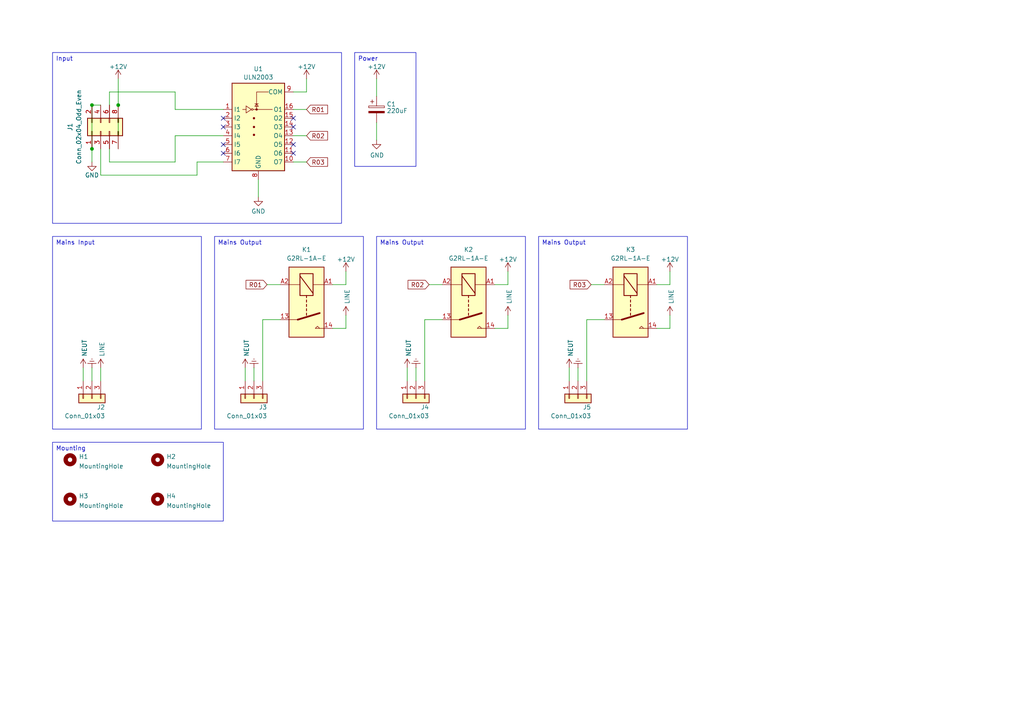
<source format=kicad_sch>
(kicad_sch (version 20230121) (generator eeschema)

  (uuid e63e39d7-6ac0-4ffd-8aa3-1841a4541b55)

  (paper "A4")

  (lib_symbols
    (symbol "Connector_Generic:Conn_01x03" (pin_names (offset 1.016) hide) (in_bom yes) (on_board yes)
      (property "Reference" "J" (at 0 5.08 0)
        (effects (font (size 1.27 1.27)))
      )
      (property "Value" "Conn_01x03" (at 0 -5.08 0)
        (effects (font (size 1.27 1.27)))
      )
      (property "Footprint" "" (at 0 0 0)
        (effects (font (size 1.27 1.27)) hide)
      )
      (property "Datasheet" "~" (at 0 0 0)
        (effects (font (size 1.27 1.27)) hide)
      )
      (property "ki_keywords" "connector" (at 0 0 0)
        (effects (font (size 1.27 1.27)) hide)
      )
      (property "ki_description" "Generic connector, single row, 01x03, script generated (kicad-library-utils/schlib/autogen/connector/)" (at 0 0 0)
        (effects (font (size 1.27 1.27)) hide)
      )
      (property "ki_fp_filters" "Connector*:*_1x??_*" (at 0 0 0)
        (effects (font (size 1.27 1.27)) hide)
      )
      (symbol "Conn_01x03_1_1"
        (rectangle (start -1.27 -2.413) (end 0 -2.667)
          (stroke (width 0.1524) (type default))
          (fill (type none))
        )
        (rectangle (start -1.27 0.127) (end 0 -0.127)
          (stroke (width 0.1524) (type default))
          (fill (type none))
        )
        (rectangle (start -1.27 2.667) (end 0 2.413)
          (stroke (width 0.1524) (type default))
          (fill (type none))
        )
        (rectangle (start -1.27 3.81) (end 1.27 -3.81)
          (stroke (width 0.254) (type default))
          (fill (type background))
        )
        (pin passive line (at -5.08 2.54 0) (length 3.81)
          (name "Pin_1" (effects (font (size 1.27 1.27))))
          (number "1" (effects (font (size 1.27 1.27))))
        )
        (pin passive line (at -5.08 0 0) (length 3.81)
          (name "Pin_2" (effects (font (size 1.27 1.27))))
          (number "2" (effects (font (size 1.27 1.27))))
        )
        (pin passive line (at -5.08 -2.54 0) (length 3.81)
          (name "Pin_3" (effects (font (size 1.27 1.27))))
          (number "3" (effects (font (size 1.27 1.27))))
        )
      )
    )
    (symbol "Connector_Generic:Conn_02x04_Odd_Even" (pin_names (offset 1.016) hide) (in_bom yes) (on_board yes)
      (property "Reference" "J" (at 1.27 5.08 0)
        (effects (font (size 1.27 1.27)))
      )
      (property "Value" "Conn_02x04_Odd_Even" (at 1.27 -7.62 0)
        (effects (font (size 1.27 1.27)))
      )
      (property "Footprint" "" (at 0 0 0)
        (effects (font (size 1.27 1.27)) hide)
      )
      (property "Datasheet" "~" (at 0 0 0)
        (effects (font (size 1.27 1.27)) hide)
      )
      (property "ki_keywords" "connector" (at 0 0 0)
        (effects (font (size 1.27 1.27)) hide)
      )
      (property "ki_description" "Generic connector, double row, 02x04, odd/even pin numbering scheme (row 1 odd numbers, row 2 even numbers), script generated (kicad-library-utils/schlib/autogen/connector/)" (at 0 0 0)
        (effects (font (size 1.27 1.27)) hide)
      )
      (property "ki_fp_filters" "Connector*:*_2x??_*" (at 0 0 0)
        (effects (font (size 1.27 1.27)) hide)
      )
      (symbol "Conn_02x04_Odd_Even_1_1"
        (rectangle (start -1.27 -4.953) (end 0 -5.207)
          (stroke (width 0.1524) (type default))
          (fill (type none))
        )
        (rectangle (start -1.27 -2.413) (end 0 -2.667)
          (stroke (width 0.1524) (type default))
          (fill (type none))
        )
        (rectangle (start -1.27 0.127) (end 0 -0.127)
          (stroke (width 0.1524) (type default))
          (fill (type none))
        )
        (rectangle (start -1.27 2.667) (end 0 2.413)
          (stroke (width 0.1524) (type default))
          (fill (type none))
        )
        (rectangle (start -1.27 3.81) (end 3.81 -6.35)
          (stroke (width 0.254) (type default))
          (fill (type background))
        )
        (rectangle (start 3.81 -4.953) (end 2.54 -5.207)
          (stroke (width 0.1524) (type default))
          (fill (type none))
        )
        (rectangle (start 3.81 -2.413) (end 2.54 -2.667)
          (stroke (width 0.1524) (type default))
          (fill (type none))
        )
        (rectangle (start 3.81 0.127) (end 2.54 -0.127)
          (stroke (width 0.1524) (type default))
          (fill (type none))
        )
        (rectangle (start 3.81 2.667) (end 2.54 2.413)
          (stroke (width 0.1524) (type default))
          (fill (type none))
        )
        (pin passive line (at -5.08 2.54 0) (length 3.81)
          (name "Pin_1" (effects (font (size 1.27 1.27))))
          (number "1" (effects (font (size 1.27 1.27))))
        )
        (pin passive line (at 7.62 2.54 180) (length 3.81)
          (name "Pin_2" (effects (font (size 1.27 1.27))))
          (number "2" (effects (font (size 1.27 1.27))))
        )
        (pin passive line (at -5.08 0 0) (length 3.81)
          (name "Pin_3" (effects (font (size 1.27 1.27))))
          (number "3" (effects (font (size 1.27 1.27))))
        )
        (pin passive line (at 7.62 0 180) (length 3.81)
          (name "Pin_4" (effects (font (size 1.27 1.27))))
          (number "4" (effects (font (size 1.27 1.27))))
        )
        (pin passive line (at -5.08 -2.54 0) (length 3.81)
          (name "Pin_5" (effects (font (size 1.27 1.27))))
          (number "5" (effects (font (size 1.27 1.27))))
        )
        (pin passive line (at 7.62 -2.54 180) (length 3.81)
          (name "Pin_6" (effects (font (size 1.27 1.27))))
          (number "6" (effects (font (size 1.27 1.27))))
        )
        (pin passive line (at -5.08 -5.08 0) (length 3.81)
          (name "Pin_7" (effects (font (size 1.27 1.27))))
          (number "7" (effects (font (size 1.27 1.27))))
        )
        (pin passive line (at 7.62 -5.08 180) (length 3.81)
          (name "Pin_8" (effects (font (size 1.27 1.27))))
          (number "8" (effects (font (size 1.27 1.27))))
        )
      )
    )
    (symbol "Device:C_Polarized" (pin_numbers hide) (pin_names (offset 0.254)) (in_bom yes) (on_board yes)
      (property "Reference" "C" (at 0.635 2.54 0)
        (effects (font (size 1.27 1.27)) (justify left))
      )
      (property "Value" "C_Polarized" (at 0.635 -2.54 0)
        (effects (font (size 1.27 1.27)) (justify left))
      )
      (property "Footprint" "" (at 0.9652 -3.81 0)
        (effects (font (size 1.27 1.27)) hide)
      )
      (property "Datasheet" "~" (at 0 0 0)
        (effects (font (size 1.27 1.27)) hide)
      )
      (property "ki_keywords" "cap capacitor" (at 0 0 0)
        (effects (font (size 1.27 1.27)) hide)
      )
      (property "ki_description" "Polarized capacitor" (at 0 0 0)
        (effects (font (size 1.27 1.27)) hide)
      )
      (property "ki_fp_filters" "CP_*" (at 0 0 0)
        (effects (font (size 1.27 1.27)) hide)
      )
      (symbol "C_Polarized_0_1"
        (rectangle (start -2.286 0.508) (end 2.286 1.016)
          (stroke (width 0) (type default))
          (fill (type none))
        )
        (polyline
          (pts
            (xy -1.778 2.286)
            (xy -0.762 2.286)
          )
          (stroke (width 0) (type default))
          (fill (type none))
        )
        (polyline
          (pts
            (xy -1.27 2.794)
            (xy -1.27 1.778)
          )
          (stroke (width 0) (type default))
          (fill (type none))
        )
        (rectangle (start 2.286 -0.508) (end -2.286 -1.016)
          (stroke (width 0) (type default))
          (fill (type outline))
        )
      )
      (symbol "C_Polarized_1_1"
        (pin passive line (at 0 3.81 270) (length 2.794)
          (name "~" (effects (font (size 1.27 1.27))))
          (number "1" (effects (font (size 1.27 1.27))))
        )
        (pin passive line (at 0 -3.81 90) (length 2.794)
          (name "~" (effects (font (size 1.27 1.27))))
          (number "2" (effects (font (size 1.27 1.27))))
        )
      )
    )
    (symbol "Mechanical:MountingHole" (pin_names (offset 1.016)) (in_bom yes) (on_board yes)
      (property "Reference" "H" (at 0 5.08 0)
        (effects (font (size 1.27 1.27)))
      )
      (property "Value" "MountingHole" (at 0 3.175 0)
        (effects (font (size 1.27 1.27)))
      )
      (property "Footprint" "" (at 0 0 0)
        (effects (font (size 1.27 1.27)) hide)
      )
      (property "Datasheet" "~" (at 0 0 0)
        (effects (font (size 1.27 1.27)) hide)
      )
      (property "ki_keywords" "mounting hole" (at 0 0 0)
        (effects (font (size 1.27 1.27)) hide)
      )
      (property "ki_description" "Mounting Hole without connection" (at 0 0 0)
        (effects (font (size 1.27 1.27)) hide)
      )
      (property "ki_fp_filters" "MountingHole*" (at 0 0 0)
        (effects (font (size 1.27 1.27)) hide)
      )
      (symbol "MountingHole_0_1"
        (circle (center 0 0) (radius 1.27)
          (stroke (width 1.27) (type default))
          (fill (type none))
        )
      )
    )
    (symbol "Relay:G2RL-1A-E" (in_bom yes) (on_board yes)
      (property "Reference" "K" (at 11.43 3.81 0)
        (effects (font (size 1.27 1.27)) (justify left))
      )
      (property "Value" "G2RL-1A-E" (at 11.43 1.27 0)
        (effects (font (size 1.27 1.27)) (justify left))
      )
      (property "Footprint" "Relay_THT:Relay_SPST_Omron_G2RL-1A-E" (at 11.43 -1.27 0)
        (effects (font (size 1.27 1.27)) (justify left) hide)
      )
      (property "Datasheet" "https://omronfs.omron.com/en_US/ecb/products/pdf/en-g2rl.pdf" (at 0 0 0)
        (effects (font (size 1.27 1.27)) hide)
      )
      (property "ki_keywords" "Single Pole Relay SPST Omron NO High Capacity" (at 0 0 0)
        (effects (font (size 1.27 1.27)) hide)
      )
      (property "ki_description" "General Purpose Low Profile Relay SPST Through Hole High Capacity, Omron G2RL series, Normally Open, 16A 250VAC" (at 0 0 0)
        (effects (font (size 1.27 1.27)) hide)
      )
      (property "ki_fp_filters" "Relay?SPST?Omron?G2RL*E*" (at 0 0 0)
        (effects (font (size 1.27 1.27)) hide)
      )
      (symbol "G2RL-1A-E_0_0"
        (polyline
          (pts
            (xy 7.62 5.08)
            (xy 7.62 2.54)
            (xy 6.985 3.175)
            (xy 7.62 3.81)
          )
          (stroke (width 0) (type default))
          (fill (type none))
        )
      )
      (symbol "G2RL-1A-E_0_1"
        (rectangle (start -10.16 5.08) (end 10.16 -5.08)
          (stroke (width 0.254) (type default))
          (fill (type background))
        )
        (rectangle (start -8.255 1.905) (end -1.905 -1.905)
          (stroke (width 0.254) (type default))
          (fill (type none))
        )
        (polyline
          (pts
            (xy -7.62 -1.905)
            (xy -2.54 1.905)
          )
          (stroke (width 0.254) (type default))
          (fill (type none))
        )
        (polyline
          (pts
            (xy -5.08 -5.08)
            (xy -5.08 -1.905)
          )
          (stroke (width 0) (type default))
          (fill (type none))
        )
        (polyline
          (pts
            (xy -5.08 5.08)
            (xy -5.08 1.905)
          )
          (stroke (width 0) (type default))
          (fill (type none))
        )
        (polyline
          (pts
            (xy -1.905 0)
            (xy -1.27 0)
          )
          (stroke (width 0.254) (type default))
          (fill (type none))
        )
        (polyline
          (pts
            (xy -0.635 0)
            (xy 0 0)
          )
          (stroke (width 0.254) (type default))
          (fill (type none))
        )
        (polyline
          (pts
            (xy 0.635 0)
            (xy 1.27 0)
          )
          (stroke (width 0.254) (type default))
          (fill (type none))
        )
        (polyline
          (pts
            (xy 1.905 0)
            (xy 2.54 0)
          )
          (stroke (width 0.254) (type default))
          (fill (type none))
        )
        (polyline
          (pts
            (xy 3.175 0)
            (xy 3.81 0)
          )
          (stroke (width 0.254) (type default))
          (fill (type none))
        )
        (polyline
          (pts
            (xy 5.08 -2.54)
            (xy 3.175 3.81)
          )
          (stroke (width 0.508) (type default))
          (fill (type none))
        )
        (polyline
          (pts
            (xy 5.08 -2.54)
            (xy 5.08 -5.08)
          )
          (stroke (width 0) (type default))
          (fill (type none))
        )
      )
      (symbol "G2RL-1A-E_1_1"
        (pin passive line (at 5.08 -7.62 90) (length 2.54)
          (name "~" (effects (font (size 1.27 1.27))))
          (number "13" (effects (font (size 1.27 1.27))))
        )
        (pin passive line (at 7.62 7.62 270) (length 2.54)
          (name "~" (effects (font (size 1.27 1.27))))
          (number "14" (effects (font (size 1.27 1.27))))
        )
        (pin passive line (at -5.08 7.62 270) (length 2.54)
          (name "~" (effects (font (size 1.27 1.27))))
          (number "A1" (effects (font (size 1.27 1.27))))
        )
        (pin passive line (at -5.08 -7.62 90) (length 2.54)
          (name "~" (effects (font (size 1.27 1.27))))
          (number "A2" (effects (font (size 1.27 1.27))))
        )
      )
    )
    (symbol "Transistor_Array:ULN2003" (in_bom yes) (on_board yes)
      (property "Reference" "U" (at 0 15.875 0)
        (effects (font (size 1.27 1.27)))
      )
      (property "Value" "ULN2003" (at 0 13.97 0)
        (effects (font (size 1.27 1.27)))
      )
      (property "Footprint" "" (at 1.27 -13.97 0)
        (effects (font (size 1.27 1.27)) (justify left) hide)
      )
      (property "Datasheet" "http://www.ti.com/lit/ds/symlink/uln2003a.pdf" (at 2.54 -5.08 0)
        (effects (font (size 1.27 1.27)) hide)
      )
      (property "ki_keywords" "darlington transistor array" (at 0 0 0)
        (effects (font (size 1.27 1.27)) hide)
      )
      (property "ki_description" "High Voltage, High Current Darlington Transistor Arrays, SOIC16/SOIC16W/DIP16/TSSOP16" (at 0 0 0)
        (effects (font (size 1.27 1.27)) hide)
      )
      (property "ki_fp_filters" "DIP*W7.62mm* SOIC*3.9x9.9mm*P1.27mm* SSOP*4.4x5.2mm*P0.65mm* TSSOP*4.4x5mm*P0.65mm* SOIC*W*5.3x10.2mm*P1.27mm*" (at 0 0 0)
        (effects (font (size 1.27 1.27)) hide)
      )
      (symbol "ULN2003_0_1"
        (rectangle (start -7.62 -12.7) (end 7.62 12.7)
          (stroke (width 0.254) (type default))
          (fill (type background))
        )
        (circle (center -1.778 5.08) (radius 0.254)
          (stroke (width 0) (type default))
          (fill (type none))
        )
        (circle (center -1.27 -2.286) (radius 0.254)
          (stroke (width 0) (type default))
          (fill (type outline))
        )
        (circle (center -1.27 0) (radius 0.254)
          (stroke (width 0) (type default))
          (fill (type outline))
        )
        (circle (center -1.27 2.54) (radius 0.254)
          (stroke (width 0) (type default))
          (fill (type outline))
        )
        (circle (center -0.508 5.08) (radius 0.254)
          (stroke (width 0) (type default))
          (fill (type outline))
        )
        (polyline
          (pts
            (xy -4.572 5.08)
            (xy -3.556 5.08)
          )
          (stroke (width 0) (type default))
          (fill (type none))
        )
        (polyline
          (pts
            (xy -1.524 5.08)
            (xy 4.064 5.08)
          )
          (stroke (width 0) (type default))
          (fill (type none))
        )
        (polyline
          (pts
            (xy 0 6.731)
            (xy -1.016 6.731)
          )
          (stroke (width 0) (type default))
          (fill (type none))
        )
        (polyline
          (pts
            (xy -0.508 5.08)
            (xy -0.508 10.16)
            (xy 2.921 10.16)
          )
          (stroke (width 0) (type default))
          (fill (type none))
        )
        (polyline
          (pts
            (xy -3.556 6.096)
            (xy -3.556 4.064)
            (xy -2.032 5.08)
            (xy -3.556 6.096)
          )
          (stroke (width 0) (type default))
          (fill (type none))
        )
        (polyline
          (pts
            (xy 0 5.969)
            (xy -1.016 5.969)
            (xy -0.508 6.731)
            (xy 0 5.969)
          )
          (stroke (width 0) (type default))
          (fill (type none))
        )
      )
      (symbol "ULN2003_1_1"
        (pin input line (at -10.16 5.08 0) (length 2.54)
          (name "I1" (effects (font (size 1.27 1.27))))
          (number "1" (effects (font (size 1.27 1.27))))
        )
        (pin open_collector line (at 10.16 -10.16 180) (length 2.54)
          (name "O7" (effects (font (size 1.27 1.27))))
          (number "10" (effects (font (size 1.27 1.27))))
        )
        (pin open_collector line (at 10.16 -7.62 180) (length 2.54)
          (name "O6" (effects (font (size 1.27 1.27))))
          (number "11" (effects (font (size 1.27 1.27))))
        )
        (pin open_collector line (at 10.16 -5.08 180) (length 2.54)
          (name "O5" (effects (font (size 1.27 1.27))))
          (number "12" (effects (font (size 1.27 1.27))))
        )
        (pin open_collector line (at 10.16 -2.54 180) (length 2.54)
          (name "O4" (effects (font (size 1.27 1.27))))
          (number "13" (effects (font (size 1.27 1.27))))
        )
        (pin open_collector line (at 10.16 0 180) (length 2.54)
          (name "O3" (effects (font (size 1.27 1.27))))
          (number "14" (effects (font (size 1.27 1.27))))
        )
        (pin open_collector line (at 10.16 2.54 180) (length 2.54)
          (name "O2" (effects (font (size 1.27 1.27))))
          (number "15" (effects (font (size 1.27 1.27))))
        )
        (pin open_collector line (at 10.16 5.08 180) (length 2.54)
          (name "O1" (effects (font (size 1.27 1.27))))
          (number "16" (effects (font (size 1.27 1.27))))
        )
        (pin input line (at -10.16 2.54 0) (length 2.54)
          (name "I2" (effects (font (size 1.27 1.27))))
          (number "2" (effects (font (size 1.27 1.27))))
        )
        (pin input line (at -10.16 0 0) (length 2.54)
          (name "I3" (effects (font (size 1.27 1.27))))
          (number "3" (effects (font (size 1.27 1.27))))
        )
        (pin input line (at -10.16 -2.54 0) (length 2.54)
          (name "I4" (effects (font (size 1.27 1.27))))
          (number "4" (effects (font (size 1.27 1.27))))
        )
        (pin input line (at -10.16 -5.08 0) (length 2.54)
          (name "I5" (effects (font (size 1.27 1.27))))
          (number "5" (effects (font (size 1.27 1.27))))
        )
        (pin input line (at -10.16 -7.62 0) (length 2.54)
          (name "I6" (effects (font (size 1.27 1.27))))
          (number "6" (effects (font (size 1.27 1.27))))
        )
        (pin input line (at -10.16 -10.16 0) (length 2.54)
          (name "I7" (effects (font (size 1.27 1.27))))
          (number "7" (effects (font (size 1.27 1.27))))
        )
        (pin power_in line (at 0 -15.24 90) (length 2.54)
          (name "GND" (effects (font (size 1.27 1.27))))
          (number "8" (effects (font (size 1.27 1.27))))
        )
        (pin passive line (at 10.16 10.16 180) (length 2.54)
          (name "COM" (effects (font (size 1.27 1.27))))
          (number "9" (effects (font (size 1.27 1.27))))
        )
      )
    )
    (symbol "power:+12V" (power) (pin_names (offset 0)) (in_bom yes) (on_board yes)
      (property "Reference" "#PWR" (at 0 -3.81 0)
        (effects (font (size 1.27 1.27)) hide)
      )
      (property "Value" "+12V" (at 0 3.556 0)
        (effects (font (size 1.27 1.27)))
      )
      (property "Footprint" "" (at 0 0 0)
        (effects (font (size 1.27 1.27)) hide)
      )
      (property "Datasheet" "" (at 0 0 0)
        (effects (font (size 1.27 1.27)) hide)
      )
      (property "ki_keywords" "global power" (at 0 0 0)
        (effects (font (size 1.27 1.27)) hide)
      )
      (property "ki_description" "Power symbol creates a global label with name \"+12V\"" (at 0 0 0)
        (effects (font (size 1.27 1.27)) hide)
      )
      (symbol "+12V_0_1"
        (polyline
          (pts
            (xy -0.762 1.27)
            (xy 0 2.54)
          )
          (stroke (width 0) (type default))
          (fill (type none))
        )
        (polyline
          (pts
            (xy 0 0)
            (xy 0 2.54)
          )
          (stroke (width 0) (type default))
          (fill (type none))
        )
        (polyline
          (pts
            (xy 0 2.54)
            (xy 0.762 1.27)
          )
          (stroke (width 0) (type default))
          (fill (type none))
        )
      )
      (symbol "+12V_1_1"
        (pin power_in line (at 0 0 90) (length 0) hide
          (name "+12V" (effects (font (size 1.27 1.27))))
          (number "1" (effects (font (size 1.27 1.27))))
        )
      )
    )
    (symbol "power:Earth" (power) (pin_names (offset 0)) (in_bom yes) (on_board yes)
      (property "Reference" "#PWR" (at 0 -6.35 0)
        (effects (font (size 1.27 1.27)) hide)
      )
      (property "Value" "Earth" (at 0 -3.81 0)
        (effects (font (size 1.27 1.27)) hide)
      )
      (property "Footprint" "" (at 0 0 0)
        (effects (font (size 1.27 1.27)) hide)
      )
      (property "Datasheet" "~" (at 0 0 0)
        (effects (font (size 1.27 1.27)) hide)
      )
      (property "ki_keywords" "global ground gnd" (at 0 0 0)
        (effects (font (size 1.27 1.27)) hide)
      )
      (property "ki_description" "Power symbol creates a global label with name \"Earth\"" (at 0 0 0)
        (effects (font (size 1.27 1.27)) hide)
      )
      (symbol "Earth_0_1"
        (polyline
          (pts
            (xy -0.635 -1.905)
            (xy 0.635 -1.905)
          )
          (stroke (width 0) (type default))
          (fill (type none))
        )
        (polyline
          (pts
            (xy -0.127 -2.54)
            (xy 0.127 -2.54)
          )
          (stroke (width 0) (type default))
          (fill (type none))
        )
        (polyline
          (pts
            (xy 0 -1.27)
            (xy 0 0)
          )
          (stroke (width 0) (type default))
          (fill (type none))
        )
        (polyline
          (pts
            (xy 1.27 -1.27)
            (xy -1.27 -1.27)
          )
          (stroke (width 0) (type default))
          (fill (type none))
        )
      )
      (symbol "Earth_1_1"
        (pin power_in line (at 0 0 270) (length 0) hide
          (name "Earth" (effects (font (size 1.27 1.27))))
          (number "1" (effects (font (size 1.27 1.27))))
        )
      )
    )
    (symbol "power:GND" (power) (pin_names (offset 0)) (in_bom yes) (on_board yes)
      (property "Reference" "#PWR" (at 0 -6.35 0)
        (effects (font (size 1.27 1.27)) hide)
      )
      (property "Value" "GND" (at 0 -3.81 0)
        (effects (font (size 1.27 1.27)))
      )
      (property "Footprint" "" (at 0 0 0)
        (effects (font (size 1.27 1.27)) hide)
      )
      (property "Datasheet" "" (at 0 0 0)
        (effects (font (size 1.27 1.27)) hide)
      )
      (property "ki_keywords" "global power" (at 0 0 0)
        (effects (font (size 1.27 1.27)) hide)
      )
      (property "ki_description" "Power symbol creates a global label with name \"GND\" , ground" (at 0 0 0)
        (effects (font (size 1.27 1.27)) hide)
      )
      (symbol "GND_0_1"
        (polyline
          (pts
            (xy 0 0)
            (xy 0 -1.27)
            (xy 1.27 -1.27)
            (xy 0 -2.54)
            (xy -1.27 -1.27)
            (xy 0 -1.27)
          )
          (stroke (width 0) (type default))
          (fill (type none))
        )
      )
      (symbol "GND_1_1"
        (pin power_in line (at 0 0 270) (length 0) hide
          (name "GND" (effects (font (size 1.27 1.27))))
          (number "1" (effects (font (size 1.27 1.27))))
        )
      )
    )
    (symbol "power:LINE" (power) (pin_names (offset 0)) (in_bom yes) (on_board yes)
      (property "Reference" "#PWR" (at 0 -3.81 0)
        (effects (font (size 1.27 1.27)) hide)
      )
      (property "Value" "LINE" (at 0 3.81 0)
        (effects (font (size 1.27 1.27)))
      )
      (property "Footprint" "" (at 0 0 0)
        (effects (font (size 1.27 1.27)) hide)
      )
      (property "Datasheet" "" (at 0 0 0)
        (effects (font (size 1.27 1.27)) hide)
      )
      (property "ki_keywords" "global power" (at 0 0 0)
        (effects (font (size 1.27 1.27)) hide)
      )
      (property "ki_description" "Power symbol creates a global label with name \"LINE\"" (at 0 0 0)
        (effects (font (size 1.27 1.27)) hide)
      )
      (symbol "LINE_0_1"
        (polyline
          (pts
            (xy -0.762 1.27)
            (xy 0 2.54)
          )
          (stroke (width 0) (type default))
          (fill (type none))
        )
        (polyline
          (pts
            (xy 0 0)
            (xy 0 2.54)
          )
          (stroke (width 0) (type default))
          (fill (type none))
        )
        (polyline
          (pts
            (xy 0 2.54)
            (xy 0.762 1.27)
          )
          (stroke (width 0) (type default))
          (fill (type none))
        )
      )
      (symbol "LINE_1_1"
        (pin power_in line (at 0 0 90) (length 0) hide
          (name "LINE" (effects (font (size 1.27 1.27))))
          (number "1" (effects (font (size 1.27 1.27))))
        )
      )
    )
    (symbol "power:NEUT" (power) (pin_names (offset 0)) (in_bom yes) (on_board yes)
      (property "Reference" "#PWR" (at 0 -3.81 0)
        (effects (font (size 1.27 1.27)) hide)
      )
      (property "Value" "NEUT" (at 0 3.81 0)
        (effects (font (size 1.27 1.27)))
      )
      (property "Footprint" "" (at 0 0 0)
        (effects (font (size 1.27 1.27)) hide)
      )
      (property "Datasheet" "" (at 0 0 0)
        (effects (font (size 1.27 1.27)) hide)
      )
      (property "ki_keywords" "global power" (at 0 0 0)
        (effects (font (size 1.27 1.27)) hide)
      )
      (property "ki_description" "Power symbol creates a global label with name \"NEUT\"" (at 0 0 0)
        (effects (font (size 1.27 1.27)) hide)
      )
      (symbol "NEUT_0_1"
        (polyline
          (pts
            (xy -0.762 1.27)
            (xy 0 2.54)
          )
          (stroke (width 0) (type default))
          (fill (type none))
        )
        (polyline
          (pts
            (xy 0 0)
            (xy 0 2.54)
          )
          (stroke (width 0) (type default))
          (fill (type none))
        )
        (polyline
          (pts
            (xy 0 2.54)
            (xy 0.762 1.27)
          )
          (stroke (width 0) (type default))
          (fill (type none))
        )
      )
      (symbol "NEUT_1_1"
        (pin power_in line (at 0 0 90) (length 0) hide
          (name "NEUT" (effects (font (size 1.27 1.27))))
          (number "1" (effects (font (size 1.27 1.27))))
        )
      )
    )
  )

  (junction (at 26.67 30.48) (diameter 0) (color 0 0 0 0)
    (uuid 0c3543c5-ccb6-4099-8af7-d384e7a3682d)
  )
  (junction (at 26.67 43.18) (diameter 0) (color 0 0 0 0)
    (uuid 4426dd8b-0756-4baf-955f-2ccb0693ef96)
  )
  (junction (at 34.29 30.48) (diameter 0) (color 0 0 0 0)
    (uuid 6bca4217-3e8d-44e0-bf55-a28c4d78d740)
  )

  (no_connect (at 85.09 36.83) (uuid 129675f6-f79e-430b-a308-c2b79d1ecf64))
  (no_connect (at 85.09 41.91) (uuid 225f3214-675d-42ff-9cb8-2c328920809f))
  (no_connect (at 64.77 34.29) (uuid 23e712f1-c2c2-4dc0-8eac-73bf49a38be3))
  (no_connect (at 85.09 44.45) (uuid 4d2c0971-bbad-44de-803f-0e870be32df9))
  (no_connect (at 64.77 36.83) (uuid 4ee6765e-c093-4a0f-a57d-6101c28e1355))
  (no_connect (at 85.09 34.29) (uuid 6d6413c4-e58e-4ed2-9327-ae8a02c894a8))
  (no_connect (at 64.77 44.45) (uuid 8a291a9a-98e3-4dd5-a1da-6a0a32560d37))
  (no_connect (at 64.77 41.91) (uuid b5089127-ccda-411e-8542-c8fc726c1b9d))

  (wire (pts (xy 96.52 95.25) (xy 100.33 95.25))
    (stroke (width 0) (type default))
    (uuid 0d81bf89-9e6f-4992-a16a-182701f297b3)
  )
  (wire (pts (xy 50.8 31.75) (xy 64.77 31.75))
    (stroke (width 0) (type default))
    (uuid 14058b69-3230-4a7b-a8b6-ae2b69aa8edc)
  )
  (wire (pts (xy 143.51 95.25) (xy 147.32 95.25))
    (stroke (width 0) (type default))
    (uuid 1503f788-e734-44fc-8050-1ea04e457d9d)
  )
  (wire (pts (xy 124.46 82.55) (xy 128.27 82.55))
    (stroke (width 0) (type default))
    (uuid 19c64c0c-6af5-46f0-b2e3-943a508a20ea)
  )
  (wire (pts (xy 26.67 43.18) (xy 26.67 46.99))
    (stroke (width 0) (type default))
    (uuid 1c54fb08-4119-48a8-b517-ee799b95b9b7)
  )
  (wire (pts (xy 147.32 91.44) (xy 147.32 95.25))
    (stroke (width 0) (type default))
    (uuid 1c8b48ad-a875-4754-93c0-0d714a1a86de)
  )
  (wire (pts (xy 29.21 43.18) (xy 29.21 50.8))
    (stroke (width 0) (type default))
    (uuid 20793d79-87bf-4d33-a3b1-520a2ef9f215)
  )
  (wire (pts (xy 88.9 22.86) (xy 88.9 26.67))
    (stroke (width 0) (type default))
    (uuid 20df7814-fd8f-4717-a6f3-bfcc2b0d38fb)
  )
  (wire (pts (xy 171.45 82.55) (xy 175.26 82.55))
    (stroke (width 0) (type default))
    (uuid 230e3bfc-0608-4f45-a7fd-166383c9cc2a)
  )
  (wire (pts (xy 100.33 91.44) (xy 100.33 95.25))
    (stroke (width 0) (type default))
    (uuid 2d7ec79d-e198-4330-9af0-a474a5fde4db)
  )
  (wire (pts (xy 29.21 50.8) (xy 57.15 50.8))
    (stroke (width 0) (type default))
    (uuid 308cd598-b091-42d3-bafa-37b8c8523f42)
  )
  (wire (pts (xy 128.27 92.71) (xy 123.19 92.71))
    (stroke (width 0) (type default))
    (uuid 30bdff80-aa4a-4335-8fd7-c7843b47353a)
  )
  (wire (pts (xy 29.21 106.68) (xy 29.21 110.49))
    (stroke (width 0) (type default))
    (uuid 3d5d4148-65d2-4a94-9e1d-4058843950ac)
  )
  (wire (pts (xy 57.15 46.99) (xy 64.77 46.99))
    (stroke (width 0) (type default))
    (uuid 4437c639-1d54-46a2-88db-52a48fa62232)
  )
  (wire (pts (xy 175.26 92.71) (xy 170.18 92.71))
    (stroke (width 0) (type default))
    (uuid 4698ccfa-15c8-4a9e-95b4-6daea8a4710b)
  )
  (wire (pts (xy 26.67 30.48) (xy 26.67 43.18))
    (stroke (width 0) (type default))
    (uuid 4a2bef8e-6102-471b-a192-ec8e42867051)
  )
  (wire (pts (xy 194.31 82.55) (xy 190.5 82.55))
    (stroke (width 0) (type default))
    (uuid 58b055de-3271-4a67-a5a2-f74b29ad018b)
  )
  (wire (pts (xy 147.32 82.55) (xy 143.51 82.55))
    (stroke (width 0) (type default))
    (uuid 656312b9-5e1c-4d08-a8e5-81c4493c6e69)
  )
  (wire (pts (xy 165.1 110.49) (xy 165.1 106.68))
    (stroke (width 0) (type default))
    (uuid 68bdf3e4-22ab-4aa0-81c6-f65eea0ace84)
  )
  (wire (pts (xy 100.33 82.55) (xy 96.52 82.55))
    (stroke (width 0) (type default))
    (uuid 7225f4ce-606a-4299-8b49-65dd8e1c02d7)
  )
  (wire (pts (xy 100.33 78.74) (xy 100.33 82.55))
    (stroke (width 0) (type default))
    (uuid 7cfcf1bc-7d22-495d-afa5-55a3452a056f)
  )
  (wire (pts (xy 194.31 91.44) (xy 194.31 95.25))
    (stroke (width 0) (type default))
    (uuid 7e6c1848-f064-4916-b44b-f557b1dca943)
  )
  (wire (pts (xy 147.32 78.74) (xy 147.32 82.55))
    (stroke (width 0) (type default))
    (uuid 88667d90-2de9-4b3a-aa0c-c9fe1f58af80)
  )
  (wire (pts (xy 85.09 46.99) (xy 88.9 46.99))
    (stroke (width 0) (type default))
    (uuid 8a85b151-bf13-4876-bdca-4b9f6c9d67c2)
  )
  (wire (pts (xy 170.18 92.71) (xy 170.18 110.49))
    (stroke (width 0) (type default))
    (uuid 907e665b-3f33-430d-9297-4bf0cc16dbde)
  )
  (wire (pts (xy 50.8 26.67) (xy 50.8 31.75))
    (stroke (width 0) (type default))
    (uuid 91340594-c95b-4a41-9c1d-926fe9b53627)
  )
  (wire (pts (xy 50.8 39.37) (xy 64.77 39.37))
    (stroke (width 0) (type default))
    (uuid 9234d47b-02e4-41d2-ab94-00f1fa7e6315)
  )
  (wire (pts (xy 190.5 95.25) (xy 194.31 95.25))
    (stroke (width 0) (type default))
    (uuid 9c5d503a-703b-4fd7-91a8-250b5aa09e6b)
  )
  (wire (pts (xy 76.2 92.71) (xy 76.2 110.49))
    (stroke (width 0) (type default))
    (uuid 9da56d31-bdb1-41e5-aff1-88b660645cbf)
  )
  (wire (pts (xy 88.9 26.67) (xy 85.09 26.67))
    (stroke (width 0) (type default))
    (uuid a37075d6-bd1f-4d7e-84d6-87918221951e)
  )
  (wire (pts (xy 167.64 110.49) (xy 167.64 106.68))
    (stroke (width 0) (type default))
    (uuid a4b367f2-5f39-4af3-8d1c-17f69c1ceb3e)
  )
  (wire (pts (xy 26.67 110.49) (xy 26.67 106.68))
    (stroke (width 0) (type default))
    (uuid adee6bd2-8e9e-41e5-b4c4-21ecd5cf214c)
  )
  (wire (pts (xy 74.93 52.07) (xy 74.93 57.15))
    (stroke (width 0) (type default))
    (uuid b0e7dd9b-5e7f-4e17-a548-3ca31a7dcfc2)
  )
  (wire (pts (xy 31.75 26.67) (xy 50.8 26.67))
    (stroke (width 0) (type default))
    (uuid b35ccd00-caa6-4b9a-b195-4d6e73be1475)
  )
  (wire (pts (xy 194.31 78.74) (xy 194.31 82.55))
    (stroke (width 0) (type default))
    (uuid b3d351d5-1157-4c94-9400-cdda70c58caf)
  )
  (wire (pts (xy 24.13 110.49) (xy 24.13 106.68))
    (stroke (width 0) (type default))
    (uuid b4db05ef-a896-4254-a689-236e744a30f4)
  )
  (wire (pts (xy 31.75 30.48) (xy 31.75 26.67))
    (stroke (width 0) (type default))
    (uuid b8e0d0ae-be2d-4b7e-adc7-bfb8fefd65ca)
  )
  (wire (pts (xy 50.8 46.99) (xy 50.8 39.37))
    (stroke (width 0) (type default))
    (uuid bae740a7-6c0b-496e-a55b-d0a97712f467)
  )
  (wire (pts (xy 120.65 110.49) (xy 120.65 106.68))
    (stroke (width 0) (type default))
    (uuid bef57d4d-7e66-41c2-8835-5fb6e4d0db82)
  )
  (wire (pts (xy 81.28 92.71) (xy 76.2 92.71))
    (stroke (width 0) (type default))
    (uuid c91ce41b-f406-487c-8bf3-e7b473022c11)
  )
  (wire (pts (xy 71.12 110.49) (xy 71.12 106.68))
    (stroke (width 0) (type default))
    (uuid cc86d095-9980-4be7-ad57-ebfec7b11f31)
  )
  (wire (pts (xy 26.67 30.48) (xy 29.21 30.48))
    (stroke (width 0) (type default))
    (uuid cf09705b-fbac-4bdf-9052-8afac9dc10f1)
  )
  (wire (pts (xy 57.15 50.8) (xy 57.15 46.99))
    (stroke (width 0) (type default))
    (uuid cfdaccf3-8b2a-4699-8c51-a2de704f2cb1)
  )
  (wire (pts (xy 85.09 31.75) (xy 88.9 31.75))
    (stroke (width 0) (type default))
    (uuid d0c3b436-b3ce-44c3-8729-bc228e8aaffa)
  )
  (wire (pts (xy 73.66 110.49) (xy 73.66 106.68))
    (stroke (width 0) (type default))
    (uuid d12a5623-5a4f-49af-ad10-99dee59ebf37)
  )
  (wire (pts (xy 109.22 35.56) (xy 109.22 40.64))
    (stroke (width 0) (type default))
    (uuid d6f90de7-3de6-49b2-a9ad-4f0b11be9bf4)
  )
  (wire (pts (xy 34.29 22.86) (xy 34.29 30.48))
    (stroke (width 0) (type default))
    (uuid d72dfe35-5b95-4f0c-aa23-145ac65e212a)
  )
  (wire (pts (xy 85.09 39.37) (xy 88.9 39.37))
    (stroke (width 0) (type default))
    (uuid dc5a77fb-0603-47bc-827b-9b234f834d75)
  )
  (wire (pts (xy 123.19 92.71) (xy 123.19 110.49))
    (stroke (width 0) (type default))
    (uuid e79b81e9-a813-4d3c-a66d-cbc24a1f2300)
  )
  (wire (pts (xy 31.75 46.99) (xy 50.8 46.99))
    (stroke (width 0) (type default))
    (uuid ebf8650d-1cdf-45fc-bfda-26797e262649)
  )
  (wire (pts (xy 118.11 110.49) (xy 118.11 106.68))
    (stroke (width 0) (type default))
    (uuid f40cf9fd-dc94-4878-8373-d7fdc6064a8b)
  )
  (wire (pts (xy 34.29 30.48) (xy 34.29 43.18))
    (stroke (width 0) (type default))
    (uuid f4cb4a07-ae53-43e3-a624-509371f93a19)
  )
  (wire (pts (xy 109.22 22.86) (xy 109.22 27.94))
    (stroke (width 0) (type default))
    (uuid f5d0fd39-3d2d-48fc-8366-5f360ecf9428)
  )
  (wire (pts (xy 31.75 43.18) (xy 31.75 46.99))
    (stroke (width 0) (type default))
    (uuid f927c87f-6f1b-47b8-bd35-0002f9f6adc1)
  )
  (wire (pts (xy 77.47 82.55) (xy 81.28 82.55))
    (stroke (width 0) (type default))
    (uuid fe96cd5a-aadf-4fea-89be-647c235bc780)
  )

  (text_box "Power"
    (at 102.87 15.24 0) (size 17.78 33.02)
    (stroke (width 0) (type default))
    (fill (type none))
    (effects (font (size 1.27 1.27)) (justify left top))
    (uuid 1bbb39c0-1bdf-4bac-9a76-9284afb1dd86)
  )
  (text_box "Mains Output"
    (at 156.21 68.58 0) (size 43.18 55.88)
    (stroke (width 0) (type default))
    (fill (type none))
    (effects (font (size 1.27 1.27)) (justify left top))
    (uuid 6a107a36-9039-4ef5-a1ca-2513b8ccd6f5)
  )
  (text_box "Input"
    (at 15.24 15.24 0) (size 83.82 49.53)
    (stroke (width 0) (type default))
    (fill (type none))
    (effects (font (size 1.27 1.27)) (justify left top))
    (uuid 6b522d28-4332-4dc7-bca3-148f232f69c8)
  )
  (text_box "Mains Output"
    (at 62.23 68.58 0) (size 43.18 55.88)
    (stroke (width 0) (type default))
    (fill (type none))
    (effects (font (size 1.27 1.27)) (justify left top))
    (uuid aaa11d62-5ca4-419e-86ec-510f0a4866fd)
  )
  (text_box "Mains Output"
    (at 109.22 68.58 0) (size 43.18 55.88)
    (stroke (width 0) (type default))
    (fill (type none))
    (effects (font (size 1.27 1.27)) (justify left top))
    (uuid ce35f094-e9ad-4c55-8b9c-8894f5ab3b58)
  )
  (text_box "Mounting"
    (at 15.24 128.27 0) (size 49.53 22.86)
    (stroke (width 0) (type default))
    (fill (type none))
    (effects (font (size 1.27 1.27)) (justify left top))
    (uuid e0c644dd-73f6-498e-99f1-addaa712c120)
  )
  (text_box "Mains Input"
    (at 15.24 68.58 0) (size 43.18 55.88)
    (stroke (width 0) (type default))
    (fill (type none))
    (effects (font (size 1.27 1.27)) (justify left top))
    (uuid ed2b8646-ed13-4d3a-a198-85b59a3326f1)
  )

  (global_label "R01" (shape input) (at 88.9 31.75 0) (fields_autoplaced)
    (effects (font (size 1.27 1.27)) (justify left))
    (uuid 06365b9f-088b-4f29-8ee7-f1554b83b25f)
    (property "Intersheetrefs" "${INTERSHEET_REFS}" (at 95.5742 31.75 0)
      (effects (font (size 1.27 1.27)) (justify left) hide)
    )
  )
  (global_label "R03" (shape input) (at 171.45 82.55 180) (fields_autoplaced)
    (effects (font (size 1.27 1.27)) (justify right))
    (uuid 3cc96f8b-3ac1-4f74-a638-0b3543177d7f)
    (property "Intersheetrefs" "${INTERSHEET_REFS}" (at 164.7758 82.55 0)
      (effects (font (size 1.27 1.27)) (justify right) hide)
    )
  )
  (global_label "R01" (shape input) (at 77.47 82.55 180) (fields_autoplaced)
    (effects (font (size 1.27 1.27)) (justify right))
    (uuid 3ec9895c-ca5b-4bca-bcb6-74e183db5091)
    (property "Intersheetrefs" "${INTERSHEET_REFS}" (at 70.7958 82.55 0)
      (effects (font (size 1.27 1.27)) (justify right) hide)
    )
  )
  (global_label "R02" (shape input) (at 88.9 39.37 0) (fields_autoplaced)
    (effects (font (size 1.27 1.27)) (justify left))
    (uuid 461c2058-de08-459c-9e5c-439cee5a5791)
    (property "Intersheetrefs" "${INTERSHEET_REFS}" (at 95.5742 39.37 0)
      (effects (font (size 1.27 1.27)) (justify left) hide)
    )
  )
  (global_label "R03" (shape input) (at 88.9 46.99 0) (fields_autoplaced)
    (effects (font (size 1.27 1.27)) (justify left))
    (uuid 60b84998-1a0a-4c52-b8b8-0452367b73f3)
    (property "Intersheetrefs" "${INTERSHEET_REFS}" (at 95.5742 46.99 0)
      (effects (font (size 1.27 1.27)) (justify left) hide)
    )
  )
  (global_label "R02" (shape input) (at 124.46 82.55 180) (fields_autoplaced)
    (effects (font (size 1.27 1.27)) (justify right))
    (uuid cb5a00ec-3677-403e-9bce-9650ecc71464)
    (property "Intersheetrefs" "${INTERSHEET_REFS}" (at 117.7858 82.55 0)
      (effects (font (size 1.27 1.27)) (justify right) hide)
    )
  )

  (symbol (lib_id "Mechanical:MountingHole") (at 45.72 144.78 0) (unit 1)
    (in_bom yes) (on_board yes) (dnp no) (fields_autoplaced)
    (uuid 03c865cc-a019-4233-85ea-1544f88af737)
    (property "Reference" "H4" (at 48.26 143.8715 0)
      (effects (font (size 1.27 1.27)) (justify left))
    )
    (property "Value" "MountingHole" (at 48.26 146.6466 0)
      (effects (font (size 1.27 1.27)) (justify left))
    )
    (property "Footprint" "MountingHole:MountingHole_3.2mm_M3_DIN965" (at 45.72 144.78 0)
      (effects (font (size 1.27 1.27)) hide)
    )
    (property "Datasheet" "~" (at 45.72 144.78 0)
      (effects (font (size 1.27 1.27)) hide)
    )
    (instances
      (project "kha-relay-2x3-base"
        (path "/e63e39d7-6ac0-4ffd-8aa3-1841a4541b55"
          (reference "H4") (unit 1)
        )
      )
    )
  )

  (symbol (lib_id "power:LINE") (at 100.33 91.44 0) (unit 1)
    (in_bom yes) (on_board yes) (dnp no)
    (uuid 052faf92-9871-4cda-ad65-ffb86836de41)
    (property "Reference" "#PWR0147" (at 100.33 95.25 0)
      (effects (font (size 1.27 1.27)) hide)
    )
    (property "Value" "LINE" (at 100.711 88.1888 90)
      (effects (font (size 1.27 1.27)) (justify left))
    )
    (property "Footprint" "" (at 100.33 91.44 0)
      (effects (font (size 1.27 1.27)) hide)
    )
    (property "Datasheet" "" (at 100.33 91.44 0)
      (effects (font (size 1.27 1.27)) hide)
    )
    (pin "1" (uuid 4ec0039b-0e05-46f0-8c07-e28f130fc375))
    (instances
      (project "light-box"
        (path "/aaf3a932-60ea-4f2b-b0a1-f59a37a8405b"
          (reference "#PWR0147") (unit 1)
        )
      )
      (project "kha-relay-2x3-base"
        (path "/e63e39d7-6ac0-4ffd-8aa3-1841a4541b55"
          (reference "#PWR010") (unit 1)
        )
      )
    )
  )

  (symbol (lib_id "Mechanical:MountingHole") (at 20.32 144.78 0) (unit 1)
    (in_bom yes) (on_board yes) (dnp no) (fields_autoplaced)
    (uuid 0fd53526-f5df-4545-b009-8f9e5d538bf5)
    (property "Reference" "H3" (at 22.86 143.8715 0)
      (effects (font (size 1.27 1.27)) (justify left))
    )
    (property "Value" "MountingHole" (at 22.86 146.6466 0)
      (effects (font (size 1.27 1.27)) (justify left))
    )
    (property "Footprint" "MountingHole:MountingHole_3.2mm_M3_DIN965" (at 20.32 144.78 0)
      (effects (font (size 1.27 1.27)) hide)
    )
    (property "Datasheet" "~" (at 20.32 144.78 0)
      (effects (font (size 1.27 1.27)) hide)
    )
    (instances
      (project "kha-relay-2x3-base"
        (path "/e63e39d7-6ac0-4ffd-8aa3-1841a4541b55"
          (reference "H3") (unit 1)
        )
      )
    )
  )

  (symbol (lib_id "power:+12V") (at 109.22 22.86 0) (unit 1)
    (in_bom yes) (on_board yes) (dnp no) (fields_autoplaced)
    (uuid 1634bff6-5c05-4df8-a052-822c4d192a5b)
    (property "Reference" "#PWR03" (at 109.22 26.67 0)
      (effects (font (size 1.27 1.27)) hide)
    )
    (property "Value" "+12V" (at 109.22 19.3581 0)
      (effects (font (size 1.27 1.27)))
    )
    (property "Footprint" "" (at 109.22 22.86 0)
      (effects (font (size 1.27 1.27)) hide)
    )
    (property "Datasheet" "" (at 109.22 22.86 0)
      (effects (font (size 1.27 1.27)) hide)
    )
    (pin "1" (uuid ab311dac-3818-4282-b28f-1d778be291dc))
    (instances
      (project "kha-relay-2x3-base"
        (path "/e63e39d7-6ac0-4ffd-8aa3-1841a4541b55"
          (reference "#PWR03") (unit 1)
        )
      )
    )
  )

  (symbol (lib_id "Mechanical:MountingHole") (at 20.32 133.35 0) (unit 1)
    (in_bom yes) (on_board yes) (dnp no) (fields_autoplaced)
    (uuid 19c54712-e1e3-4f5c-8f34-d34a3732f18b)
    (property "Reference" "H1" (at 22.86 132.4415 0)
      (effects (font (size 1.27 1.27)) (justify left))
    )
    (property "Value" "MountingHole" (at 22.86 135.2166 0)
      (effects (font (size 1.27 1.27)) (justify left))
    )
    (property "Footprint" "MountingHole:MountingHole_3.2mm_M3_DIN965" (at 20.32 133.35 0)
      (effects (font (size 1.27 1.27)) hide)
    )
    (property "Datasheet" "~" (at 20.32 133.35 0)
      (effects (font (size 1.27 1.27)) hide)
    )
    (instances
      (project "kha-relay-2x3-base"
        (path "/e63e39d7-6ac0-4ffd-8aa3-1841a4541b55"
          (reference "H1") (unit 1)
        )
      )
    )
  )

  (symbol (lib_id "power:LINE") (at 147.32 91.44 0) (unit 1)
    (in_bom yes) (on_board yes) (dnp no)
    (uuid 1ef21304-3aa5-4caa-a3cd-d45ae9eacd20)
    (property "Reference" "#PWR0147" (at 147.32 95.25 0)
      (effects (font (size 1.27 1.27)) hide)
    )
    (property "Value" "LINE" (at 147.701 88.1888 90)
      (effects (font (size 1.27 1.27)) (justify left))
    )
    (property "Footprint" "" (at 147.32 91.44 0)
      (effects (font (size 1.27 1.27)) hide)
    )
    (property "Datasheet" "" (at 147.32 91.44 0)
      (effects (font (size 1.27 1.27)) hide)
    )
    (pin "1" (uuid e91a4cb9-92e5-4309-90f3-291e366f749c))
    (instances
      (project "light-box"
        (path "/aaf3a932-60ea-4f2b-b0a1-f59a37a8405b"
          (reference "#PWR0147") (unit 1)
        )
      )
      (project "kha-relay-2x3-base"
        (path "/e63e39d7-6ac0-4ffd-8aa3-1841a4541b55"
          (reference "#PWR011") (unit 1)
        )
      )
    )
  )

  (symbol (lib_id "Connector_Generic:Conn_01x03") (at 120.65 115.57 90) (mirror x) (unit 1)
    (in_bom yes) (on_board yes) (dnp no)
    (uuid 20d96974-7964-434c-b55e-3876cff8c2f8)
    (property "Reference" "J4" (at 124.46 118.11 90)
      (effects (font (size 1.27 1.27)) (justify left))
    )
    (property "Value" "Conn_01x03" (at 124.46 120.65 90)
      (effects (font (size 1.27 1.27)) (justify left))
    )
    (property "Footprint" "TerminalBlock:TerminalBlock_bornier-3_P5.08mm" (at 120.65 115.57 0)
      (effects (font (size 1.27 1.27)) hide)
    )
    (property "Datasheet" "~" (at 120.65 115.57 0)
      (effects (font (size 1.27 1.27)) hide)
    )
    (pin "1" (uuid 5126cb49-dbdf-4b08-8382-791ac38d98b9))
    (pin "2" (uuid fa4d0c5a-c186-408d-ac32-6ea30875e4e4))
    (pin "3" (uuid 6bee5425-2b79-49b3-bf5a-84fb025fb89e))
    (instances
      (project "kha-relay-2x3-base"
        (path "/e63e39d7-6ac0-4ffd-8aa3-1841a4541b55"
          (reference "J4") (unit 1)
        )
      )
    )
  )

  (symbol (lib_id "Device:C_Polarized") (at 109.22 31.75 0) (unit 1)
    (in_bom yes) (on_board yes) (dnp no) (fields_autoplaced)
    (uuid 2543f7ed-b548-434d-b6cd-8a29a1e4001d)
    (property "Reference" "C6" (at 112.141 30.2173 0)
      (effects (font (size 1.27 1.27)) (justify left))
    )
    (property "Value" "220uF" (at 112.141 32.1383 0)
      (effects (font (size 1.27 1.27)) (justify left))
    )
    (property "Footprint" "Capacitor_Tantalum_SMD:CP_EIA-6032-28_Kemet-C" (at 110.1852 35.56 0)
      (effects (font (size 1.27 1.27)) hide)
    )
    (property "Datasheet" "~" (at 109.22 31.75 0)
      (effects (font (size 1.27 1.27)) hide)
    )
    (pin "1" (uuid 5a6d8560-55b1-4dd2-a5bc-422048fc9eca))
    (pin "2" (uuid 62052609-fb3f-42bf-8f01-f7c93dc66326))
    (instances
      (project "kha-bgt-audio-base"
        (path "/57ad5df2-8927-46d9-a1a6-3ab989d6d6dd"
          (reference "C6") (unit 1)
        )
      )
      (project "kha-relay-2x3-base"
        (path "/e63e39d7-6ac0-4ffd-8aa3-1841a4541b55"
          (reference "C1") (unit 1)
        )
      )
    )
  )

  (symbol (lib_id "Connector_Generic:Conn_01x03") (at 167.64 115.57 90) (mirror x) (unit 1)
    (in_bom yes) (on_board yes) (dnp no)
    (uuid 2cba166b-f541-45f2-9f42-c6ba1e922301)
    (property "Reference" "J5" (at 171.45 118.11 90)
      (effects (font (size 1.27 1.27)) (justify left))
    )
    (property "Value" "Conn_01x03" (at 171.45 120.65 90)
      (effects (font (size 1.27 1.27)) (justify left))
    )
    (property "Footprint" "TerminalBlock:TerminalBlock_bornier-3_P5.08mm" (at 167.64 115.57 0)
      (effects (font (size 1.27 1.27)) hide)
    )
    (property "Datasheet" "~" (at 167.64 115.57 0)
      (effects (font (size 1.27 1.27)) hide)
    )
    (pin "1" (uuid 60660880-54e8-4f39-9eca-97eb074e47bd))
    (pin "2" (uuid e7942311-179b-4bf2-8b0d-81a564c6212f))
    (pin "3" (uuid 4070682e-e629-4965-9d83-734d062322db))
    (instances
      (project "kha-relay-2x3-base"
        (path "/e63e39d7-6ac0-4ffd-8aa3-1841a4541b55"
          (reference "J5") (unit 1)
        )
      )
    )
  )

  (symbol (lib_id "power:Earth") (at 167.64 106.68 180) (unit 1)
    (in_bom yes) (on_board yes) (dnp no) (fields_autoplaced)
    (uuid 3502f91d-4a41-4bd0-b6f1-cdfacfa932f2)
    (property "Reference" "#PWR021" (at 167.64 100.33 0)
      (effects (font (size 1.27 1.27)) hide)
    )
    (property "Value" "Earth" (at 167.64 102.87 0)
      (effects (font (size 1.27 1.27)) hide)
    )
    (property "Footprint" "" (at 167.64 106.68 0)
      (effects (font (size 1.27 1.27)) hide)
    )
    (property "Datasheet" "~" (at 167.64 106.68 0)
      (effects (font (size 1.27 1.27)) hide)
    )
    (pin "1" (uuid 31949f12-9787-45b4-929c-154572c55dbc))
    (instances
      (project "kha-relay-2x3-base"
        (path "/e63e39d7-6ac0-4ffd-8aa3-1841a4541b55"
          (reference "#PWR021") (unit 1)
        )
      )
    )
  )

  (symbol (lib_id "power:+12V") (at 147.32 78.74 0) (unit 1)
    (in_bom yes) (on_board yes) (dnp no) (fields_autoplaced)
    (uuid 3b6e9d4d-ff3d-4e22-b386-b196f344f56e)
    (property "Reference" "#PWR08" (at 147.32 82.55 0)
      (effects (font (size 1.27 1.27)) hide)
    )
    (property "Value" "+12V" (at 147.32 75.2381 0)
      (effects (font (size 1.27 1.27)))
    )
    (property "Footprint" "" (at 147.32 78.74 0)
      (effects (font (size 1.27 1.27)) hide)
    )
    (property "Datasheet" "" (at 147.32 78.74 0)
      (effects (font (size 1.27 1.27)) hide)
    )
    (pin "1" (uuid 8b763b5e-e05a-4849-ae28-3382b39a7d9a))
    (instances
      (project "kha-relay-2x3-base"
        (path "/e63e39d7-6ac0-4ffd-8aa3-1841a4541b55"
          (reference "#PWR08") (unit 1)
        )
      )
    )
  )

  (symbol (lib_id "Connector_Generic:Conn_01x03") (at 73.66 115.57 90) (mirror x) (unit 1)
    (in_bom yes) (on_board yes) (dnp no)
    (uuid 41506606-9b89-43cc-90f8-fce93f126504)
    (property "Reference" "J3" (at 77.47 118.11 90)
      (effects (font (size 1.27 1.27)) (justify left))
    )
    (property "Value" "Conn_01x03" (at 77.47 120.65 90)
      (effects (font (size 1.27 1.27)) (justify left))
    )
    (property "Footprint" "TerminalBlock:TerminalBlock_bornier-3_P5.08mm" (at 73.66 115.57 0)
      (effects (font (size 1.27 1.27)) hide)
    )
    (property "Datasheet" "~" (at 73.66 115.57 0)
      (effects (font (size 1.27 1.27)) hide)
    )
    (pin "1" (uuid e0fcdd3e-da12-4b1f-84af-d55c0ba5a6ca))
    (pin "2" (uuid 9b129fa8-2a57-4cd2-aaf6-0a7f2e25e973))
    (pin "3" (uuid 99e4d829-04e8-4bcd-8fb8-c9a75989677e))
    (instances
      (project "kha-relay-2x3-base"
        (path "/e63e39d7-6ac0-4ffd-8aa3-1841a4541b55"
          (reference "J3") (unit 1)
        )
      )
    )
  )

  (symbol (lib_id "power:NEUT") (at 71.12 106.68 0) (unit 1)
    (in_bom yes) (on_board yes) (dnp no)
    (uuid 42cfd19c-821d-46e3-a8ee-107a656378fa)
    (property "Reference" "#PWR0146" (at 71.12 110.49 0)
      (effects (font (size 1.27 1.27)) hide)
    )
    (property "Value" "NEUT" (at 71.501 103.4288 90)
      (effects (font (size 1.27 1.27)) (justify left))
    )
    (property "Footprint" "" (at 71.12 106.68 0)
      (effects (font (size 1.27 1.27)) hide)
    )
    (property "Datasheet" "" (at 71.12 106.68 0)
      (effects (font (size 1.27 1.27)) hide)
    )
    (pin "1" (uuid 6688e60d-e932-47ce-806b-c22979800aa1))
    (instances
      (project "light-box"
        (path "/aaf3a932-60ea-4f2b-b0a1-f59a37a8405b"
          (reference "#PWR0146") (unit 1)
        )
      )
      (project "kha-relay-2x3-base"
        (path "/e63e39d7-6ac0-4ffd-8aa3-1841a4541b55"
          (reference "#PWR016") (unit 1)
        )
      )
    )
  )

  (symbol (lib_id "Relay:G2RL-1A-E") (at 88.9 87.63 270) (unit 1)
    (in_bom yes) (on_board yes) (dnp no) (fields_autoplaced)
    (uuid 4aab1e27-c875-45b0-8b40-4a5d5332ef8f)
    (property "Reference" "K1" (at 88.9 72.39 90)
      (effects (font (size 1.27 1.27)))
    )
    (property "Value" "G2RL-1A-E" (at 88.9 74.93 90)
      (effects (font (size 1.27 1.27)))
    )
    (property "Footprint" "Relay_THT:Relay_SPST_Omron_G2RL-1A-E" (at 87.63 99.06 0)
      (effects (font (size 1.27 1.27)) (justify left) hide)
    )
    (property "Datasheet" "https://omronfs.omron.com/en_US/ecb/products/pdf/en-g2rl.pdf" (at 88.9 87.63 0)
      (effects (font (size 1.27 1.27)) hide)
    )
    (pin "13" (uuid 193747ab-d930-4bc3-b2ac-c6b1d368d63a))
    (pin "14" (uuid 7a5dc0b5-e9b2-4ef2-9812-925e9494334a))
    (pin "A1" (uuid e1271ae7-d8c4-45b8-9f69-e6291c84bc3e))
    (pin "A2" (uuid 1163f798-c035-4db3-8548-0ae228384990))
    (instances
      (project "kha-relay-2x3-base"
        (path "/e63e39d7-6ac0-4ffd-8aa3-1841a4541b55"
          (reference "K1") (unit 1)
        )
      )
    )
  )

  (symbol (lib_id "power:+12V") (at 100.33 78.74 0) (unit 1)
    (in_bom yes) (on_board yes) (dnp no) (fields_autoplaced)
    (uuid 56287293-0e1c-4f8f-af17-717ac0c4b1d1)
    (property "Reference" "#PWR07" (at 100.33 82.55 0)
      (effects (font (size 1.27 1.27)) hide)
    )
    (property "Value" "+12V" (at 100.33 75.2381 0)
      (effects (font (size 1.27 1.27)))
    )
    (property "Footprint" "" (at 100.33 78.74 0)
      (effects (font (size 1.27 1.27)) hide)
    )
    (property "Datasheet" "" (at 100.33 78.74 0)
      (effects (font (size 1.27 1.27)) hide)
    )
    (pin "1" (uuid 1914034a-b1d5-4b99-8142-889457fc330f))
    (instances
      (project "kha-relay-2x3-base"
        (path "/e63e39d7-6ac0-4ffd-8aa3-1841a4541b55"
          (reference "#PWR07") (unit 1)
        )
      )
    )
  )

  (symbol (lib_id "power:Earth") (at 73.66 106.68 180) (unit 1)
    (in_bom yes) (on_board yes) (dnp no) (fields_autoplaced)
    (uuid 5cb623a1-63d1-431f-ab33-87593016c827)
    (property "Reference" "#PWR017" (at 73.66 100.33 0)
      (effects (font (size 1.27 1.27)) hide)
    )
    (property "Value" "Earth" (at 73.66 102.87 0)
      (effects (font (size 1.27 1.27)) hide)
    )
    (property "Footprint" "" (at 73.66 106.68 0)
      (effects (font (size 1.27 1.27)) hide)
    )
    (property "Datasheet" "~" (at 73.66 106.68 0)
      (effects (font (size 1.27 1.27)) hide)
    )
    (pin "1" (uuid 9ae8f257-c6df-48cf-93c2-17a8908fcca2))
    (instances
      (project "kha-relay-2x3-base"
        (path "/e63e39d7-6ac0-4ffd-8aa3-1841a4541b55"
          (reference "#PWR017") (unit 1)
        )
      )
    )
  )

  (symbol (lib_id "power:NEUT") (at 118.11 106.68 0) (unit 1)
    (in_bom yes) (on_board yes) (dnp no)
    (uuid 64738e89-169c-458a-aa3c-f1efdb2a1470)
    (property "Reference" "#PWR0146" (at 118.11 110.49 0)
      (effects (font (size 1.27 1.27)) hide)
    )
    (property "Value" "NEUT" (at 118.491 103.4288 90)
      (effects (font (size 1.27 1.27)) (justify left))
    )
    (property "Footprint" "" (at 118.11 106.68 0)
      (effects (font (size 1.27 1.27)) hide)
    )
    (property "Datasheet" "" (at 118.11 106.68 0)
      (effects (font (size 1.27 1.27)) hide)
    )
    (pin "1" (uuid 07cdc329-f4cd-44b5-973f-ef1be1a183e5))
    (instances
      (project "light-box"
        (path "/aaf3a932-60ea-4f2b-b0a1-f59a37a8405b"
          (reference "#PWR0146") (unit 1)
        )
      )
      (project "kha-relay-2x3-base"
        (path "/e63e39d7-6ac0-4ffd-8aa3-1841a4541b55"
          (reference "#PWR018") (unit 1)
        )
      )
    )
  )

  (symbol (lib_id "Connector_Generic:Conn_02x04_Odd_Even") (at 29.21 38.1 90) (unit 1)
    (in_bom yes) (on_board yes) (dnp no) (fields_autoplaced)
    (uuid 70963be4-928a-4465-a85a-ae0027f1b539)
    (property "Reference" "J1" (at 20.32 36.83 0)
      (effects (font (size 1.27 1.27)))
    )
    (property "Value" "Conn_02x04_Odd_Even" (at 22.86 36.83 0)
      (effects (font (size 1.27 1.27)))
    )
    (property "Footprint" "Connector_IDC:IDC-Header_2x04_P2.54mm_Vertical" (at 29.21 38.1 0)
      (effects (font (size 1.27 1.27)) hide)
    )
    (property "Datasheet" "~" (at 29.21 38.1 0)
      (effects (font (size 1.27 1.27)) hide)
    )
    (pin "1" (uuid 85b87b4f-8a53-4c67-81a9-8b1cf2e13c89))
    (pin "2" (uuid 22629161-9f48-48c7-8d38-c4dd1e2022ea))
    (pin "3" (uuid 87a87013-83d0-4cab-8d15-5da342c35837))
    (pin "4" (uuid 54633a60-ea96-4b16-95f0-666c4d0edce1))
    (pin "5" (uuid 8e4b6fc7-d6d4-48ed-a5e9-3f92af5dca6e))
    (pin "6" (uuid dea64bee-7f3a-4f9a-84e4-78633d91f154))
    (pin "7" (uuid 8f7b940a-04e5-4fe6-a1c4-9302f876f49d))
    (pin "8" (uuid 14b05e3f-d5af-4aad-83c6-b49f2f39a8ec))
    (instances
      (project "kha-relay-2x3-base"
        (path "/e63e39d7-6ac0-4ffd-8aa3-1841a4541b55"
          (reference "J1") (unit 1)
        )
      )
    )
  )

  (symbol (lib_id "power:LINE") (at 194.31 91.44 0) (unit 1)
    (in_bom yes) (on_board yes) (dnp no)
    (uuid 73d40047-77e6-4df0-90cd-c5df87ea1220)
    (property "Reference" "#PWR0147" (at 194.31 95.25 0)
      (effects (font (size 1.27 1.27)) hide)
    )
    (property "Value" "LINE" (at 194.691 88.1888 90)
      (effects (font (size 1.27 1.27)) (justify left))
    )
    (property "Footprint" "" (at 194.31 91.44 0)
      (effects (font (size 1.27 1.27)) hide)
    )
    (property "Datasheet" "" (at 194.31 91.44 0)
      (effects (font (size 1.27 1.27)) hide)
    )
    (pin "1" (uuid 4f6370a8-89dc-48b1-90f3-6dbcbd4ebb1a))
    (instances
      (project "light-box"
        (path "/aaf3a932-60ea-4f2b-b0a1-f59a37a8405b"
          (reference "#PWR0147") (unit 1)
        )
      )
      (project "kha-relay-2x3-base"
        (path "/e63e39d7-6ac0-4ffd-8aa3-1841a4541b55"
          (reference "#PWR012") (unit 1)
        )
      )
    )
  )

  (symbol (lib_id "Transistor_Array:ULN2003") (at 74.93 36.83 0) (unit 1)
    (in_bom yes) (on_board yes) (dnp no) (fields_autoplaced)
    (uuid 8a5f028d-ecc1-47ad-b1bf-eb64827f2347)
    (property "Reference" "U2" (at 74.93 19.9857 0)
      (effects (font (size 1.27 1.27)))
    )
    (property "Value" "ULN2003" (at 74.93 22.4099 0)
      (effects (font (size 1.27 1.27)))
    )
    (property "Footprint" "Package_SO:SOP-16_3.9x9.9mm_P1.27mm" (at 76.2 50.8 0)
      (effects (font (size 1.27 1.27)) (justify left) hide)
    )
    (property "Datasheet" "http://www.ti.com/lit/ds/symlink/uln2003a.pdf" (at 77.47 41.91 0)
      (effects (font (size 1.27 1.27)) hide)
    )
    (pin "1" (uuid 19296390-bdd5-4621-ba5c-6515d2016e1e))
    (pin "10" (uuid a545bc81-a78d-44be-80de-2e2d16721c12))
    (pin "11" (uuid cd188e32-e3c7-425d-8e38-dbc04b98d5e7))
    (pin "12" (uuid af303e1d-05dd-478f-8293-26e0a659894e))
    (pin "13" (uuid bdc12cfa-df52-4187-89be-99a00ab881a7))
    (pin "14" (uuid f1b37f52-fd0b-42bb-a19d-3b68cc0fb314))
    (pin "15" (uuid ff47f6f5-1de5-4796-8574-5ff6c5523253))
    (pin "16" (uuid 9e066582-8d2c-4f19-b3c5-80a5e22c7fcf))
    (pin "2" (uuid f5a4326b-489e-4fa0-b0eb-21751449f831))
    (pin "3" (uuid ad5fc663-006d-423f-8cdd-8d4b5198c1ea))
    (pin "4" (uuid ff539f69-4c2a-401b-aa95-40109292de3d))
    (pin "5" (uuid 04a0850c-9984-4b01-80a9-360115ecabe0))
    (pin "6" (uuid 6c25a96f-936d-4b60-9010-3c8f19c87c53))
    (pin "7" (uuid 11cecac7-79c4-4c1a-9e2b-f35e8d8e37db))
    (pin "8" (uuid 382beabe-cf21-4dcd-917a-ed49b58e213f))
    (pin "9" (uuid dc08377a-5c2c-458d-967b-cdca43c6d44a))
    (instances
      (project "kha-bgt-audio-base"
        (path "/57ad5df2-8927-46d9-a1a6-3ab989d6d6dd"
          (reference "U2") (unit 1)
        )
      )
      (project "kha-relay-2x3-base"
        (path "/e63e39d7-6ac0-4ffd-8aa3-1841a4541b55"
          (reference "U1") (unit 1)
        )
      )
    )
  )

  (symbol (lib_id "power:NEUT") (at 24.13 106.68 0) (unit 1)
    (in_bom yes) (on_board yes) (dnp no)
    (uuid 94c55428-9ebe-481e-a2d4-f31b762f4e59)
    (property "Reference" "#PWR0146" (at 24.13 110.49 0)
      (effects (font (size 1.27 1.27)) hide)
    )
    (property "Value" "NEUT" (at 24.511 103.4288 90)
      (effects (font (size 1.27 1.27)) (justify left))
    )
    (property "Footprint" "" (at 24.13 106.68 0)
      (effects (font (size 1.27 1.27)) hide)
    )
    (property "Datasheet" "" (at 24.13 106.68 0)
      (effects (font (size 1.27 1.27)) hide)
    )
    (pin "1" (uuid 202fab8e-f5ec-4128-9c39-cdfe4b63c8cf))
    (instances
      (project "light-box"
        (path "/aaf3a932-60ea-4f2b-b0a1-f59a37a8405b"
          (reference "#PWR0146") (unit 1)
        )
      )
      (project "kha-relay-2x3-base"
        (path "/e63e39d7-6ac0-4ffd-8aa3-1841a4541b55"
          (reference "#PWR013") (unit 1)
        )
      )
    )
  )

  (symbol (lib_id "Mechanical:MountingHole") (at 45.72 133.35 0) (unit 1)
    (in_bom yes) (on_board yes) (dnp no) (fields_autoplaced)
    (uuid 98527b9c-8f3e-4b7c-8002-5987b0cbb3fa)
    (property "Reference" "H2" (at 48.26 132.4415 0)
      (effects (font (size 1.27 1.27)) (justify left))
    )
    (property "Value" "MountingHole" (at 48.26 135.2166 0)
      (effects (font (size 1.27 1.27)) (justify left))
    )
    (property "Footprint" "MountingHole:MountingHole_3.2mm_M3_DIN965" (at 45.72 133.35 0)
      (effects (font (size 1.27 1.27)) hide)
    )
    (property "Datasheet" "~" (at 45.72 133.35 0)
      (effects (font (size 1.27 1.27)) hide)
    )
    (instances
      (project "kha-relay-2x3-base"
        (path "/e63e39d7-6ac0-4ffd-8aa3-1841a4541b55"
          (reference "H2") (unit 1)
        )
      )
    )
  )

  (symbol (lib_id "Connector_Generic:Conn_01x03") (at 26.67 115.57 90) (mirror x) (unit 1)
    (in_bom yes) (on_board yes) (dnp no)
    (uuid a26958df-5223-4893-b32f-5af02857cc22)
    (property "Reference" "J2" (at 30.48 118.11 90)
      (effects (font (size 1.27 1.27)) (justify left))
    )
    (property "Value" "Conn_01x03" (at 30.48 120.65 90)
      (effects (font (size 1.27 1.27)) (justify left))
    )
    (property "Footprint" "TerminalBlock:TerminalBlock_bornier-3_P5.08mm" (at 26.67 115.57 0)
      (effects (font (size 1.27 1.27)) hide)
    )
    (property "Datasheet" "~" (at 26.67 115.57 0)
      (effects (font (size 1.27 1.27)) hide)
    )
    (pin "1" (uuid 226bf0f1-8bae-4038-9bcd-a5aacde0574a))
    (pin "2" (uuid 08babca3-d6e6-4fac-a794-49fb89ea8524))
    (pin "3" (uuid a8f0d55e-ae1b-41e0-85f5-0473d187002b))
    (instances
      (project "kha-relay-2x3-base"
        (path "/e63e39d7-6ac0-4ffd-8aa3-1841a4541b55"
          (reference "J2") (unit 1)
        )
      )
    )
  )

  (symbol (lib_id "power:LINE") (at 29.21 106.68 0) (unit 1)
    (in_bom yes) (on_board yes) (dnp no)
    (uuid ad5bc6d3-1b8d-4894-98a9-f7eacb8999a3)
    (property "Reference" "#PWR0147" (at 29.21 110.49 0)
      (effects (font (size 1.27 1.27)) hide)
    )
    (property "Value" "LINE" (at 29.591 103.4288 90)
      (effects (font (size 1.27 1.27)) (justify left))
    )
    (property "Footprint" "" (at 29.21 106.68 0)
      (effects (font (size 1.27 1.27)) hide)
    )
    (property "Datasheet" "" (at 29.21 106.68 0)
      (effects (font (size 1.27 1.27)) hide)
    )
    (pin "1" (uuid 926f74eb-0cdf-4a21-aadf-6be3478627f9))
    (instances
      (project "light-box"
        (path "/aaf3a932-60ea-4f2b-b0a1-f59a37a8405b"
          (reference "#PWR0147") (unit 1)
        )
      )
      (project "kha-relay-2x3-base"
        (path "/e63e39d7-6ac0-4ffd-8aa3-1841a4541b55"
          (reference "#PWR015") (unit 1)
        )
      )
    )
  )

  (symbol (lib_id "Relay:G2RL-1A-E") (at 135.89 87.63 270) (unit 1)
    (in_bom yes) (on_board yes) (dnp no) (fields_autoplaced)
    (uuid b4b8bb19-f6f2-4512-9571-f31d1537f745)
    (property "Reference" "K2" (at 135.89 72.39 90)
      (effects (font (size 1.27 1.27)))
    )
    (property "Value" "G2RL-1A-E" (at 135.89 74.93 90)
      (effects (font (size 1.27 1.27)))
    )
    (property "Footprint" "Relay_THT:Relay_SPST_Omron_G2RL-1A-E" (at 134.62 99.06 0)
      (effects (font (size 1.27 1.27)) (justify left) hide)
    )
    (property "Datasheet" "https://omronfs.omron.com/en_US/ecb/products/pdf/en-g2rl.pdf" (at 135.89 87.63 0)
      (effects (font (size 1.27 1.27)) hide)
    )
    (pin "13" (uuid 602cbb7b-1b6d-45fe-8039-22ca13076cdb))
    (pin "14" (uuid cba81d0d-70c5-43ec-800c-c487a5242370))
    (pin "A1" (uuid c7a70ba6-f4f4-419b-9a24-dcfd2a7bb152))
    (pin "A2" (uuid 934cefe2-2d7d-47ef-b3a9-1145d13bde04))
    (instances
      (project "kha-relay-2x3-base"
        (path "/e63e39d7-6ac0-4ffd-8aa3-1841a4541b55"
          (reference "K2") (unit 1)
        )
      )
    )
  )

  (symbol (lib_id "power:Earth") (at 26.67 106.68 180) (unit 1)
    (in_bom yes) (on_board yes) (dnp no) (fields_autoplaced)
    (uuid b577d5ec-d30a-4115-ae32-a16b48cafbe6)
    (property "Reference" "#PWR014" (at 26.67 100.33 0)
      (effects (font (size 1.27 1.27)) hide)
    )
    (property "Value" "Earth" (at 26.67 102.87 0)
      (effects (font (size 1.27 1.27)) hide)
    )
    (property "Footprint" "" (at 26.67 106.68 0)
      (effects (font (size 1.27 1.27)) hide)
    )
    (property "Datasheet" "~" (at 26.67 106.68 0)
      (effects (font (size 1.27 1.27)) hide)
    )
    (pin "1" (uuid 9fb52bd9-30e9-4b8d-a575-def2a0ab6a23))
    (instances
      (project "kha-relay-2x3-base"
        (path "/e63e39d7-6ac0-4ffd-8aa3-1841a4541b55"
          (reference "#PWR014") (unit 1)
        )
      )
    )
  )

  (symbol (lib_id "power:Earth") (at 120.65 106.68 180) (unit 1)
    (in_bom yes) (on_board yes) (dnp no) (fields_autoplaced)
    (uuid c312faac-ed30-4f00-9135-8c4dfc7dd626)
    (property "Reference" "#PWR019" (at 120.65 100.33 0)
      (effects (font (size 1.27 1.27)) hide)
    )
    (property "Value" "Earth" (at 120.65 102.87 0)
      (effects (font (size 1.27 1.27)) hide)
    )
    (property "Footprint" "" (at 120.65 106.68 0)
      (effects (font (size 1.27 1.27)) hide)
    )
    (property "Datasheet" "~" (at 120.65 106.68 0)
      (effects (font (size 1.27 1.27)) hide)
    )
    (pin "1" (uuid 42b195ed-73f1-4091-9cb1-5dea0825d097))
    (instances
      (project "kha-relay-2x3-base"
        (path "/e63e39d7-6ac0-4ffd-8aa3-1841a4541b55"
          (reference "#PWR019") (unit 1)
        )
      )
    )
  )

  (symbol (lib_id "power:+12V") (at 88.9 22.86 0) (unit 1)
    (in_bom yes) (on_board yes) (dnp no) (fields_autoplaced)
    (uuid c7acb819-ed62-410c-b2cc-0c93807fe2d6)
    (property "Reference" "#PWR02" (at 88.9 26.67 0)
      (effects (font (size 1.27 1.27)) hide)
    )
    (property "Value" "+12V" (at 88.9 19.3581 0)
      (effects (font (size 1.27 1.27)))
    )
    (property "Footprint" "" (at 88.9 22.86 0)
      (effects (font (size 1.27 1.27)) hide)
    )
    (property "Datasheet" "" (at 88.9 22.86 0)
      (effects (font (size 1.27 1.27)) hide)
    )
    (pin "1" (uuid dcaa75b8-9bf3-431b-b617-b8c04d71486c))
    (instances
      (project "kha-relay-2x3-base"
        (path "/e63e39d7-6ac0-4ffd-8aa3-1841a4541b55"
          (reference "#PWR02") (unit 1)
        )
      )
    )
  )

  (symbol (lib_id "power:GND") (at 26.67 46.99 0) (unit 1)
    (in_bom yes) (on_board yes) (dnp no)
    (uuid cc59e378-08c6-4e0d-a0db-e304b8be06f8)
    (property "Reference" "#PWR05" (at 26.67 53.34 0)
      (effects (font (size 1.27 1.27)) hide)
    )
    (property "Value" "GND" (at 26.67 50.8 0)
      (effects (font (size 1.27 1.27)))
    )
    (property "Footprint" "" (at 26.67 46.99 0)
      (effects (font (size 1.27 1.27)) hide)
    )
    (property "Datasheet" "" (at 26.67 46.99 0)
      (effects (font (size 1.27 1.27)) hide)
    )
    (pin "1" (uuid 914be6c8-9102-4286-8842-6fee5768538e))
    (instances
      (project "kha-relay-2x3-base"
        (path "/e63e39d7-6ac0-4ffd-8aa3-1841a4541b55"
          (reference "#PWR05") (unit 1)
        )
      )
    )
  )

  (symbol (lib_id "power:GND") (at 109.22 40.64 0) (unit 1)
    (in_bom yes) (on_board yes) (dnp no)
    (uuid d36f7704-a620-4407-b377-d5b822642e79)
    (property "Reference" "#PWR033" (at 109.22 46.99 0)
      (effects (font (size 1.27 1.27)) hide)
    )
    (property "Value" "GND" (at 109.347 45.0342 0)
      (effects (font (size 1.27 1.27)))
    )
    (property "Footprint" "" (at 109.22 40.64 0)
      (effects (font (size 1.27 1.27)) hide)
    )
    (property "Datasheet" "" (at 109.22 40.64 0)
      (effects (font (size 1.27 1.27)) hide)
    )
    (pin "1" (uuid 7377b6eb-ac5b-464a-a311-92c1c316c9a8))
    (instances
      (project "kha-bgt-audio-base"
        (path "/57ad5df2-8927-46d9-a1a6-3ab989d6d6dd"
          (reference "#PWR033") (unit 1)
        )
      )
      (project "kha-relay-2x3-base"
        (path "/e63e39d7-6ac0-4ffd-8aa3-1841a4541b55"
          (reference "#PWR04") (unit 1)
        )
      )
    )
  )

  (symbol (lib_id "power:NEUT") (at 165.1 106.68 0) (unit 1)
    (in_bom yes) (on_board yes) (dnp no)
    (uuid f3471727-46f9-4895-a4d5-5b3ff6b6d6c5)
    (property "Reference" "#PWR0146" (at 165.1 110.49 0)
      (effects (font (size 1.27 1.27)) hide)
    )
    (property "Value" "NEUT" (at 165.481 103.4288 90)
      (effects (font (size 1.27 1.27)) (justify left))
    )
    (property "Footprint" "" (at 165.1 106.68 0)
      (effects (font (size 1.27 1.27)) hide)
    )
    (property "Datasheet" "" (at 165.1 106.68 0)
      (effects (font (size 1.27 1.27)) hide)
    )
    (pin "1" (uuid cca9957f-68b6-4665-b206-a7e668ecd3c1))
    (instances
      (project "light-box"
        (path "/aaf3a932-60ea-4f2b-b0a1-f59a37a8405b"
          (reference "#PWR0146") (unit 1)
        )
      )
      (project "kha-relay-2x3-base"
        (path "/e63e39d7-6ac0-4ffd-8aa3-1841a4541b55"
          (reference "#PWR020") (unit 1)
        )
      )
    )
  )

  (symbol (lib_id "power:GND") (at 74.93 57.15 0) (unit 1)
    (in_bom yes) (on_board yes) (dnp no) (fields_autoplaced)
    (uuid f9f91efe-e958-4d70-be7a-8d6ff6ea1d37)
    (property "Reference" "#PWR08" (at 74.93 63.5 0)
      (effects (font (size 1.27 1.27)) hide)
    )
    (property "Value" "GND" (at 74.93 61.2855 0)
      (effects (font (size 1.27 1.27)))
    )
    (property "Footprint" "" (at 74.93 57.15 0)
      (effects (font (size 1.27 1.27)) hide)
    )
    (property "Datasheet" "" (at 74.93 57.15 0)
      (effects (font (size 1.27 1.27)) hide)
    )
    (pin "1" (uuid 00ebf327-90e2-4a77-8b69-d432d5b88f8a))
    (instances
      (project "kha-bgt-audio-4x4"
        (path "/1a6d3b09-e3f1-476d-b951-1ee5c2ed4d4b"
          (reference "#PWR08") (unit 1)
        )
      )
      (project "kha-bgt-audio-base"
        (path "/57ad5df2-8927-46d9-a1a6-3ab989d6d6dd"
          (reference "#PWR016") (unit 1)
        )
      )
      (project "kha-relay-2x3-base"
        (path "/e63e39d7-6ac0-4ffd-8aa3-1841a4541b55"
          (reference "#PWR06") (unit 1)
        )
      )
    )
  )

  (symbol (lib_id "Relay:G2RL-1A-E") (at 182.88 87.63 270) (unit 1)
    (in_bom yes) (on_board yes) (dnp no) (fields_autoplaced)
    (uuid fabd758d-91eb-4d04-9fc1-ed9617a5b207)
    (property "Reference" "K3" (at 182.88 72.39 90)
      (effects (font (size 1.27 1.27)))
    )
    (property "Value" "G2RL-1A-E" (at 182.88 74.93 90)
      (effects (font (size 1.27 1.27)))
    )
    (property "Footprint" "Relay_THT:Relay_SPST_Omron_G2RL-1A-E" (at 181.61 99.06 0)
      (effects (font (size 1.27 1.27)) (justify left) hide)
    )
    (property "Datasheet" "https://omronfs.omron.com/en_US/ecb/products/pdf/en-g2rl.pdf" (at 182.88 87.63 0)
      (effects (font (size 1.27 1.27)) hide)
    )
    (pin "13" (uuid 6ee6c5af-8512-4507-b4e1-32e497eba703))
    (pin "14" (uuid 325599f9-6493-4885-b153-8182267f1cdc))
    (pin "A1" (uuid fb0d6cad-c18c-46b8-86e4-46ec20d92bfc))
    (pin "A2" (uuid 7c440783-8005-4d09-8a9e-bae9c530a42b))
    (instances
      (project "kha-relay-2x3-base"
        (path "/e63e39d7-6ac0-4ffd-8aa3-1841a4541b55"
          (reference "K3") (unit 1)
        )
      )
    )
  )

  (symbol (lib_id "power:+12V") (at 34.29 22.86 0) (unit 1)
    (in_bom yes) (on_board yes) (dnp no) (fields_autoplaced)
    (uuid fcaad2b8-dd1b-478e-b982-561981709d0c)
    (property "Reference" "#PWR01" (at 34.29 26.67 0)
      (effects (font (size 1.27 1.27)) hide)
    )
    (property "Value" "+12V" (at 34.29 19.3581 0)
      (effects (font (size 1.27 1.27)))
    )
    (property "Footprint" "" (at 34.29 22.86 0)
      (effects (font (size 1.27 1.27)) hide)
    )
    (property "Datasheet" "" (at 34.29 22.86 0)
      (effects (font (size 1.27 1.27)) hide)
    )
    (pin "1" (uuid c24f4b4a-f82c-4059-b23c-0aca19ae6ce6))
    (instances
      (project "kha-relay-2x3-base"
        (path "/e63e39d7-6ac0-4ffd-8aa3-1841a4541b55"
          (reference "#PWR01") (unit 1)
        )
      )
    )
  )

  (symbol (lib_id "power:+12V") (at 194.31 78.74 0) (unit 1)
    (in_bom yes) (on_board yes) (dnp no) (fields_autoplaced)
    (uuid fe20944c-80ec-46c4-ae74-dac8b11a3288)
    (property "Reference" "#PWR09" (at 194.31 82.55 0)
      (effects (font (size 1.27 1.27)) hide)
    )
    (property "Value" "+12V" (at 194.31 75.2381 0)
      (effects (font (size 1.27 1.27)))
    )
    (property "Footprint" "" (at 194.31 78.74 0)
      (effects (font (size 1.27 1.27)) hide)
    )
    (property "Datasheet" "" (at 194.31 78.74 0)
      (effects (font (size 1.27 1.27)) hide)
    )
    (pin "1" (uuid 9c726f02-8a8a-4f76-b386-4ffe6ece2557))
    (instances
      (project "kha-relay-2x3-base"
        (path "/e63e39d7-6ac0-4ffd-8aa3-1841a4541b55"
          (reference "#PWR09") (unit 1)
        )
      )
    )
  )

  (sheet_instances
    (path "/" (page "1"))
  )
)

</source>
